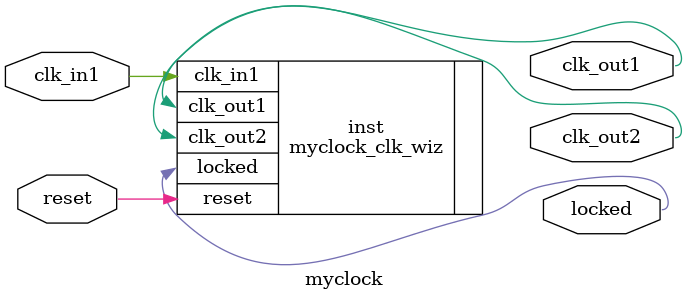
<source format=v>


`timescale 1ps/1ps

(* CORE_GENERATION_INFO = "myclock,clk_wiz_v6_0_3_0_0,{component_name=myclock,use_phase_alignment=true,use_min_o_jitter=false,use_max_i_jitter=false,use_dyn_phase_shift=false,use_inclk_switchover=false,use_dyn_reconfig=false,enable_axi=0,feedback_source=FDBK_AUTO,PRIMITIVE=MMCM,num_out_clk=2,clkin1_period=10.000,clkin2_period=10.000,use_power_down=false,use_reset=true,use_locked=true,use_inclk_stopped=false,feedback_type=SINGLE,CLOCK_MGR_TYPE=NA,manual_override=false}" *)

module myclock 
 (
  // Clock out ports
  output        clk_out1,
  output        clk_out2,
  // Status and control signals
  input         reset,
  output        locked,
 // Clock in ports
  input         clk_in1
 );

  myclock_clk_wiz inst
  (
  // Clock out ports  
  .clk_out1(clk_out1),
  .clk_out2(clk_out2),
  // Status and control signals               
  .reset(reset), 
  .locked(locked),
 // Clock in ports
  .clk_in1(clk_in1)
  );

endmodule

</source>
